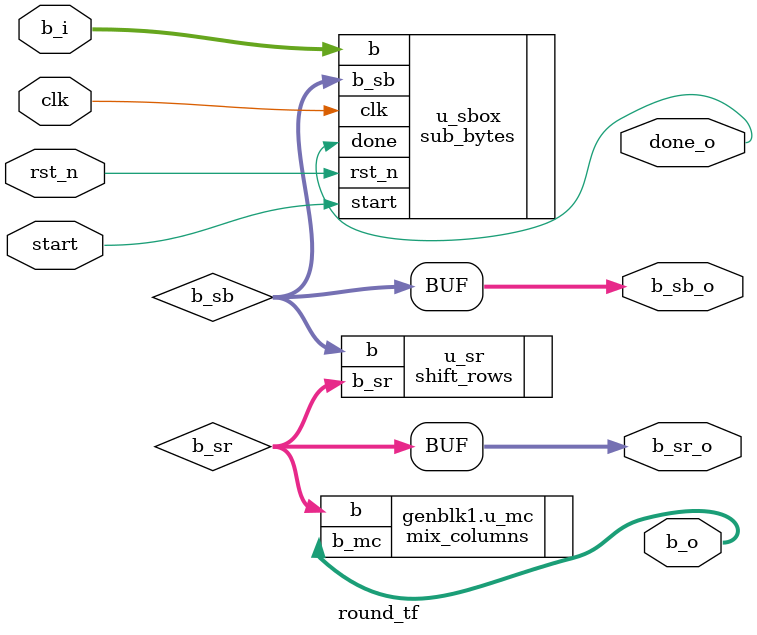
<source format=sv>
module round_tf #( 
    parameter bit EN_MC = 1 // enable mix columns
  )(
    input  logic clk,
    input  logic rst_n,
    input  logic start,
    input  logic [127:0] b_i,
    output logic [127:0] b_sb_o,
    output logic [127:0] b_sr_o,
    output logic [127:0] b_o,
    output logic done_o
  );
  
    logic [127:0] b_sb; // b_sb = in s-box
    
    sub_bytes #(
      .WIDTH(128)
    )  
    u_sbox(
      .clk(clk),
      .rst_n(rst_n),
      .start(start),
      .b(b_i),
      .b_sb(b_sb),
      .done(done_o)
    );
    
    assign b_sb_o = b_sb;
    
    logic [127:0] b_sr; // b_sr = b_sb shift rows
    shift_rows u_sr(
        .b(b_sb),
        .b_sr(b_sr)
    );

    assign b_sr_o = b_sr;
    
    generate
      if (EN_MC) begin
        mix_columns u_mc (
          .b    (b_sr),
          .b_mc (b_o)
        );
      end else begin : MC_BYPASS
        assign b_o = b_sr;
      end
    endgenerate

  endmodule
</source>
